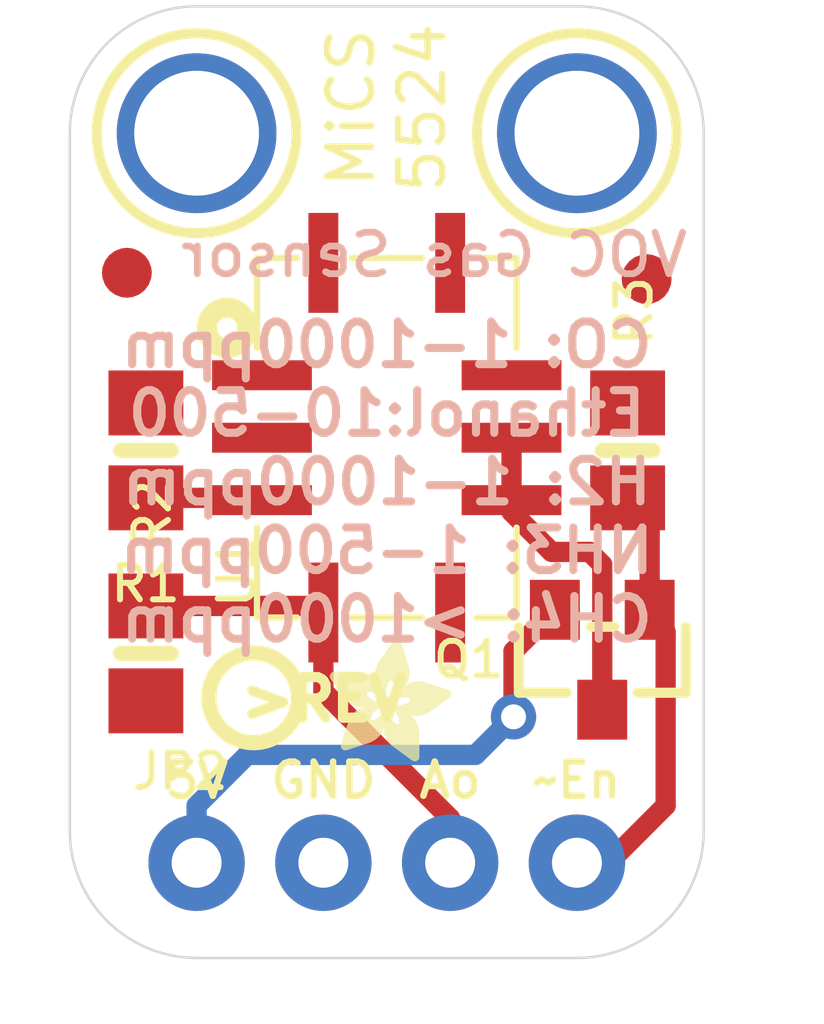
<source format=kicad_pcb>
(kicad_pcb (version 20211014) (generator pcbnew)
  (layers (0 "F.Cu" signal) (31 "B.Cu" signal) (34 "B.Paste" user) (35 "F.Paste" user) (36 "B.SilkS" user "B.Silkscreen") (37 "F.SilkS" user "F.Silkscreen") (38 "B.Mask" user) (39 "F.Mask" user) (44 "Edge.Cuts" user))
  (net 0 "")
  (net 1 "5.0V")
  (net 2 "AOUT")
  (net 3 "GND")
  (net 4 "N$1")
  (net 5 "HEATER")
  (net 6 "ENABLE")
  (net 7 "N$2")
  (footprint "boardEagle:MOUNTINGHOLE_2.5_PLATED" (layer "F.Cu") (at 152.3111 98.0186)
    (fp_text reference "U$4" hide)
    (fp_text value "MOUNTINGHOLE2.5" hide)
    (pad "P$1" thru_hole circle (at 0 0) (size 3.2 3.2) (drill 2.5) (layers *.Cu *.Mask))
  )
  (footprint "boardEagle:ADAFRUIT_2.5MM" (layer "F.Cu") (at 147.3581 110.5916)
    (fp_text reference "U$7" hide)
    (fp_text value "" hide)
  )
  (footprint "boardEagle:1X04_ROUND_76" (layer "F.Cu") (at 148.5011 112.6236)
    (fp_text reference "JP2" (at -5.1562 -1.8288) (layer "F.SilkS") (effects (font (size 0.692831 0.692831) (thickness 0.119969)) (justify left)))
    (fp_text value "")
    (pad "1" thru_hole circle (at -3.81 0 90) (size 1.9304 1.9304) (drill 1) (layers *.Cu *.Mask) (net 1 "5.0V"))
    (pad "2" thru_hole circle (at -1.27 0 90) (size 1.9304 1.9304) (drill 1) (layers *.Cu *.Mask) (net 3 "GND"))
    (pad "3" thru_hole circle (at 1.27 0 90) (size 1.9304 1.9304) (drill 1) (layers *.Cu *.Mask) (net 2 "AOUT"))
    (pad "4" thru_hole circle (at 3.81 0 90) (size 1.9304 1.9304) (drill 1) (layers *.Cu *.Mask) (net 6 "ENABLE"))
  )
  (footprint "boardEagle:0805-NO" (layer "F.Cu") (at 143.6751 104.3686 -90)
    (fp_text reference "R1" (at 2.667 0.762) (layer "F.SilkS") (effects (font (size 0.692831 0.692831) (thickness 0.119969)) (justify left)))
    (fp_text value "82Ω 1%")
    (pad "1" smd rect (at -0.95 0 270) (size 1.3 1.5) (layers "F.Cu" "F.Paste" "F.Mask") (net 3 "GND"))
    (pad "2" smd rect (at 0.95 0 270) (size 1.3 1.5) (layers "F.Cu" "F.Paste" "F.Mask") (net 5 "HEATER"))
  )
  (footprint "boardEagle:FIDUCIAL_1MM" (layer "F.Cu") (at 143.2941 100.8126)
    (fp_text reference "FID2" hide)
    (fp_text value "FIDUCIAL\"\"" hide)
    (pad "1" smd roundrect (at 0 0) (size 1 1) (layers "F.Cu" "F.Mask") (roundrect_rratio 0.5))
  )
  (footprint "boardEagle:SOT23-WIDE" (layer "F.Cu") (at 152.8191 108.5596 180)
    (fp_text reference "Q1" (at 1.905 0) (layer "F.SilkS") (effects (font (size 0.692831 0.692831) (thickness 0.119969)) (justify right)))
    (fp_text value "DMG3415U")
    (pad "1" smd rect (at -0.95 1 180) (size 1 1.2) (layers "F.Cu" "F.Paste" "F.Mask") (net 6 "ENABLE"))
    (pad "2" smd rect (at 0.95 1 180) (size 1 1.2) (layers "F.Cu" "F.Paste" "F.Mask") (net 1 "5.0V"))
    (pad "3" smd rect (at 0 -1 180) (size 1 1.2) (layers "F.Cu" "F.Paste" "F.Mask") (net 7 "N$2"))
  )
  (footprint "boardEagle:0805-NO" (layer "F.Cu") (at 143.6751 108.4326 90)
    (fp_text reference "R2" (at 2.032 0.127 90) (layer "F.SilkS") (effects (font (size 0.692831 0.692831) (thickness 0.119969)) (justify left)))
    (fp_text value "10K")
    (pad "1" smd rect (at -0.95 0 90) (size 1.3 1.5) (layers "F.Cu" "F.Paste" "F.Mask") (net 3 "GND"))
    (pad "2" smd rect (at 0.95 0 90) (size 1.3 1.5) (layers "F.Cu" "F.Paste" "F.Mask") (net 2 "AOUT"))
  )
  (footprint "boardEagle:MICS-5524" (layer "F.Cu") (at 148.5011 104.1146 90)
    (fp_text reference "U1" (at -3.462 -3.008 90) (layer "F.SilkS") (effects (font (size 0.692831 0.692831) (thickness 0.119969)) (justify left)))
    (fp_text value "MiCS-5524")
    (pad "A" smd rect (at 1.25 -2.5 90) (size 0.6 2) (layers "F.Cu" "F.Paste" "F.Mask"))
    (pad "B" smd rect (at 0 -2.5 90) (size 0.6 2) (layers "F.Cu" "F.Paste" "F.Mask"))
    (pad "C" smd rect (at -1.25 -2.5 90) (size 0.6 2) (layers "F.Cu" "F.Paste" "F.Mask") (net 5 "HEATER"))
    (pad "D" smd rect (at -3.5 -1.27 180) (size 0.6 2) (layers "F.Cu" "F.Paste" "F.Mask") (net 2 "AOUT"))
    (pad "E" smd rect (at -3.5 1.27 180) (size 0.6 2) (layers "F.Cu" "F.Paste" "F.Mask"))
    (pad "F" smd rect (at -1.25 2.5 90) (size 0.6 2) (layers "F.Cu" "F.Paste" "F.Mask") (net 7 "N$2"))
    (pad "G" smd rect (at 0 2.5 90) (size 0.6 2) (layers "F.Cu" "F.Paste" "F.Mask") (net 7 "N$2"))
    (pad "H" smd rect (at 1.25 2.5 90) (size 0.6 2) (layers "F.Cu" "F.Paste" "F.Mask"))
    (pad "J" smd rect (at 3.5 1.27 180) (size 0.6 2) (layers "F.Cu" "F.Paste" "F.Mask"))
    (pad "K" smd rect (at 3.5 -1.27 180) (size 0.6 2) (layers "F.Cu" "F.Paste" "F.Mask") (net 4 "N$1"))
  )
  (footprint "boardEagle:PCBFEAT-REV-040" (layer "F.Cu") (at 145.8341 109.3216)
    (fp_text reference "U$10" hide)
    (fp_text value "" hide)
    (fp_text user ">REV" (at -0.3556 0.508) (layer "F.SilkS") (effects (font (size 0.8128 0.8128) (thickness 0.2032)) (justify left bottom)))
  )
  (footprint "boardEagle:MOUNTINGHOLE_2.5_PLATED" (layer "F.Cu") (at 144.6911 98.0186)
    (fp_text reference "U$3" hide)
    (fp_text value "MOUNTINGHOLE2.5" hide)
    (pad "P$1" thru_hole circle (at 0 0) (size 3.2 3.2) (drill 2.5) (layers *.Cu *.Mask))
  )
  (footprint "boardEagle:FIDUCIAL_1MM" (layer "F.Cu") (at 153.7081 100.9396)
    (fp_text reference "FID1" hide)
    (fp_text value "FIDUCIAL\"\"" hide)
    (pad "1" smd roundrect (at 0 0) (size 1 1) (layers "F.Cu" "F.Mask") (roundrect_rratio 0.5))
  )
  (footprint "boardEagle:0805-NO" (layer "F.Cu") (at 153.3271 104.3686 90)
    (fp_text reference "R3" (at 2.032 0.127 90) (layer "F.SilkS") (effects (font (size 0.692831 0.692831) (thickness 0.119969)) (justify left)))
    (fp_text value "10K")
    (pad "1" smd rect (at -0.95 0 90) (size 1.3 1.5) (layers "F.Cu" "F.Paste" "F.Mask") (net 6 "ENABLE"))
    (pad "2" smd rect (at 0.95 0 90) (size 1.3 1.5) (layers "F.Cu" "F.Paste" "F.Mask") (net 3 "GND"))
  )
  (gr_arc (start 142.1511 98.0186) (mid 142.895049 96.222549) (end 144.6911 95.4786) (layer "Edge.Cuts") (width 0.05))
  (gr_line (start 154.8511 98.0186) (end 154.8511 111.9886) (layer "Edge.Cuts") (width 0.05))
  (gr_arc (start 144.6911 114.5286) (mid 142.895049 113.784651) (end 142.1511 111.9886) (layer "Edge.Cuts") (width 0.05))
  (gr_line (start 144.6911 95.4786) (end 152.3111 95.4786) (layer "Edge.Cuts") (width 0.05))
  (gr_arc (start 154.8511 111.9886) (mid 154.107151 113.784651) (end 152.3111 114.5286) (layer "Edge.Cuts") (width 0.05))
  (gr_line (start 152.3111 114.5286) (end 144.6911 114.5286) (layer "Edge.Cuts") (width 0.05))
  (gr_line (start 142.1511 111.9886) (end 142.1511 98.0186) (layer "Edge.Cuts") (width 0.05))
  (gr_arc (start 152.3111 95.4786) (mid 154.107151 96.222549) (end 154.8511 98.0186) (layer "Edge.Cuts") (width 0.05))
  (gr_text "VOC Gas Sensor" (at 154.5971 100.9396) (layer "B.SilkS") (effects (font (size 0.830072 0.830072) (thickness 0.135128)) (justify left bottom mirror)))
  (gr_text "CO: 1-1000ppm\nEthanol:10-500\nH2: 1-1000ppm\nNH3: 1-500ppm\nCH4: >1000ppm" (at 148.5011 105.0036) (layer "B.SilkS") (effects (font (size 0.85344 0.85344) (thickness 0.16256)) (justify mirror)))
  (gr_text "~En" (at 152.3111 110.9726) (layer "F.SilkS") (effects (font (size 0.682752 0.682752) (thickness 0.130048))))
  (gr_text "GND" (at 147.2311 110.9726) (layer "F.SilkS") (effects (font (size 0.682752 0.682752) (thickness 0.130048))))
  (gr_text "MiCS\n5524" (at 148.5011 97.5106 90) (layer "F.SilkS") (effects (font (size 0.88392 0.88392) (thickness 0.13208))))
  (gr_text "Ao" (at 149.7711 110.9726) (layer "F.SilkS") (effects (font (size 0.682752 0.682752) (thickness 0.130048))))
  (gr_text "5V" (at 144.6911 110.9726) (layer "F.SilkS") (effects (font (size 0.682752 0.682752) (thickness 0.130048))))
  (segment (start 151.0411 108.3876) (end 151.0411 109.7026) (width 0.4064) (layer "F.Cu") (net 1))
  (segment (start 151.8691 107.5596) (end 151.0411 108.3876) (width 0.4064) (layer "F.Cu") (net 1))
  (via (at 151.0411 109.7026) (size 0.9064) (drill 0.5) (layers "F.Cu" "B.Cu") (net 1))
  (segment (start 151.0411 109.7026) (end 150.2791 110.4646) (width 0.4064) (layer "B.Cu") (net 1))
  (segment (start 150.2791 110.4646) (end 145.7071 110.4646) (width 0.4064) (layer "B.Cu") (net 1))
  (segment (start 145.7071 110.4646) (end 144.6911 111.4806) (width 0.4064) (layer "B.Cu") (net 1))
  (segment (start 144.6911 111.4806) (end 144.6911 112.6236) (width 0.4064) (layer "B.Cu") (net 1))
  (segment (start 147.2311 107.6146) (end 147.2311 109.1946) (width 0.4064) (layer "F.Cu") (net 2))
  (segment (start 149.7711 111.7346) (end 149.7711 112.6236) (width 0.4064) (layer "F.Cu") (net 2))
  (segment (start 147.2311 107.4826) (end 147.2311 107.6146) (width 0.4064) (layer "F.Cu") (net 2))
  (segment (start 143.6751 107.4826) (end 147.2311 107.4826) (width 0.4064) (layer "F.Cu") (net 2))
  (segment (start 147.2311 109.1946) (end 149.7711 111.7346) (width 0.4064) (layer "F.Cu") (net 2))
  (segment (start 143.6751 105.3186) (end 146.0011 105.3186) (width 0.4064) (layer "F.Cu") (net 5))
  (segment (start 146.0011 105.3186) (end 146.0011 105.3646) (width 0.4064) (layer "F.Cu") (net 5))
  (segment (start 154.0891 108.0066) (end 154.0891 111.4806) (width 0.4064) (layer "F.Cu") (net 6))
  (segment (start 154.0891 111.4806) (end 152.8191 112.7506) (width 0.4064) (layer "F.Cu") (net 6))
  (segment (start 153.7691 105.3186) (end 153.7691 107.5596) (width 0.4064) (layer "F.Cu") (net 6))
  (segment (start 153.3271 105.3186) (end 153.7691 105.3186) (width 0.4064) (layer "F.Cu") (net 6))
  (segment (start 152.8191 112.7506) (end 152.3111 112.6236) (width 0.4064) (layer "F.Cu") (net 6))
  (segment (start 153.7691 107.5596) (end 154.0891 108.0066) (width 0.4064) (layer "F.Cu") (net 6))
  (segment (start 151.8031 106.4006) (end 152.5651 106.4006) (width 0.4064) (layer "F.Cu") (net 7))
  (segment (start 151.0011 105.3646) (end 151.0011 105.5986) (width 0.4064) (layer "F.Cu") (net 7))
  (segment (start 152.5651 106.4006) (end 152.8191 106.6546) (width 0.4064) (layer "F.Cu") (net 7))
  (segment (start 151.0011 105.5986) (end 151.8031 106.4006) (width 0.4064) (layer "F.Cu") (net 7))
  (segment (start 151.0011 105.3646) (end 151.0011 104.1146) (width 0.4064) (layer "F.Cu") (net 7))
  (segment (start 152.8191 106.6546) (end 152.8191 109.5596) (width 0.4064) (layer "F.Cu") (net 7))
)
</source>
